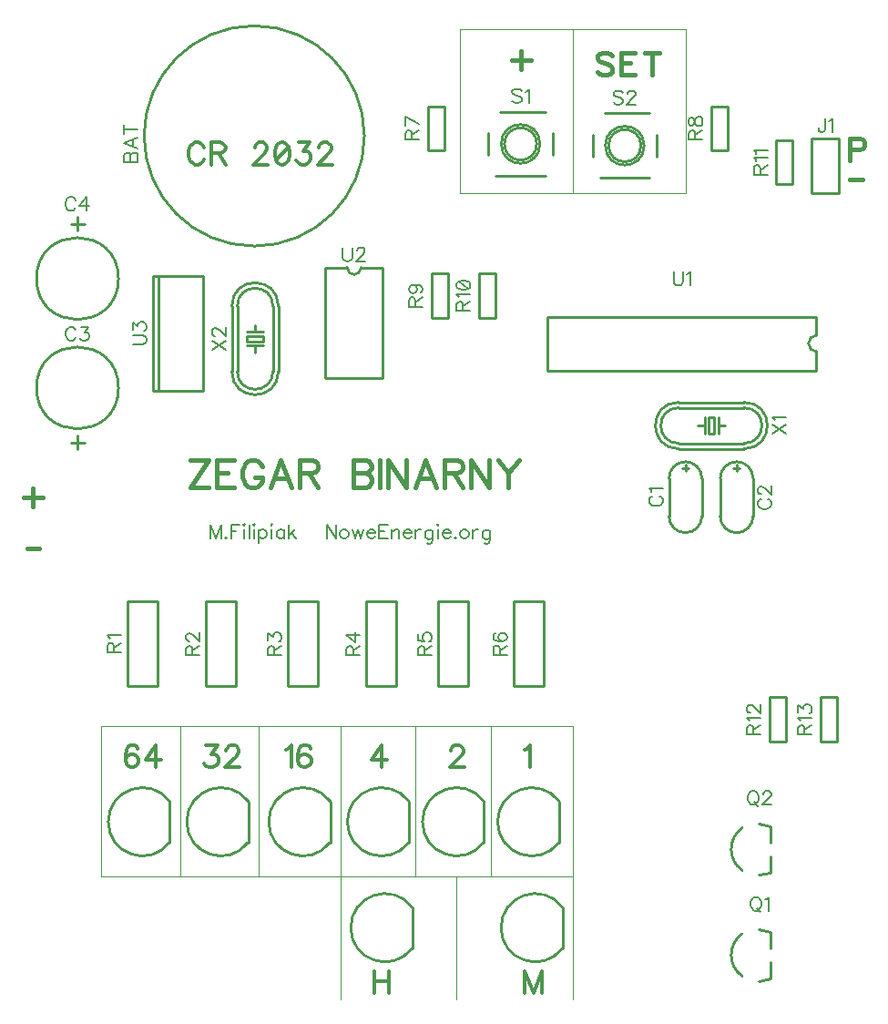
<source format=gbr>
G04 DipTrace 3.2.0.1*
G04 TopSilk.gbr*
%MOIN*%
G04 #@! TF.FileFunction,Legend,Top*
G04 #@! TF.Part,Single*
%ADD10C,0.009843*%
%ADD15C,0.001312*%
%ADD37C,0.00772*%
%ADD38C,0.012351*%
%ADD39C,0.017498*%
%ADD40C,0.015439*%
%FSLAX26Y26*%
G04*
G70*
G90*
G75*
G01*
G04 TopSilk*
%LPD*%
X-806250Y2621888D2*
D10*
G02X-806250Y2621888I403125J0D01*
G01*
X1115000Y1369940D2*
Y1230060D1*
X1235000Y1369940D2*
Y1230060D1*
X1115000D2*
G03X1235000Y1230060I60000J-60D01*
G01*
Y1369940D2*
G03X1115000Y1369940I-60000J60D01*
G01*
X1163192Y1406288D2*
X1186808D1*
X1175000Y1418118D2*
Y1394484D1*
X1302500Y1369940D2*
Y1230060D1*
X1422500Y1369940D2*
Y1230060D1*
X1302500D2*
G03X1422500Y1230060I60000J-60D01*
G01*
Y1369940D2*
G03X1302500Y1369940I-60000J60D01*
G01*
X1350692Y1406288D2*
X1374308D1*
X1362500Y1418118D2*
Y1394484D1*
X-1025100Y1500132D2*
X-1074900D1*
X-1050000Y1475007D2*
Y1524882D1*
X-1200000Y1700007D2*
G02X-1200000Y1700007I150000J0D01*
G01*
X-1074900Y2299868D2*
X-1025100D1*
X-1050000Y2324993D2*
Y2275118D1*
X-1200000Y2099993D2*
G02X-1200000Y2099993I150000J0D01*
G01*
X-712507Y187438D2*
Y37562D1*
X-712732Y187738D2*
G03X-712732Y37262I-99796J-75238D01*
G01*
X-425007Y187438D2*
Y37562D1*
X-425232Y187738D2*
G03X-425232Y37262I-99796J-75238D01*
G01*
X-125007Y187438D2*
Y37562D1*
X-125232Y187738D2*
G03X-125232Y37262I-99796J-75238D01*
G01*
X162493Y187438D2*
Y37562D1*
X162268Y187738D2*
G03X162268Y37262I-99796J-75238D01*
G01*
X437493Y187438D2*
Y37562D1*
X437268Y187738D2*
G03X437268Y37262I-99796J-75238D01*
G01*
X712493Y187438D2*
Y37562D1*
X712268Y187738D2*
G03X712268Y37262I-99796J-75238D01*
G01*
X174993Y-200062D2*
Y-349938D1*
X174768Y-199762D2*
G03X174768Y-350238I-99796J-75238D01*
G01*
X724993Y-200062D2*
Y-349938D1*
X724768Y-199762D2*
G03X724768Y-350238I-99796J-75238D01*
G01*
X1637500Y2412500D2*
X1737500D1*
X1637500Y2612500D2*
Y2412500D1*
Y2612500D2*
X1737500D1*
Y2412500D1*
X1487468Y-350053D2*
Y-290040D1*
Y-459960D2*
Y-399947D1*
Y-290040D2*
X1443584Y-280925D1*
Y-469075D2*
X1487468Y-459960D1*
X1382971Y-297231D2*
G03X1382971Y-452769I54483J-77769D01*
G01*
X1487468Y37447D2*
Y97460D1*
Y-72460D2*
Y-12447D1*
Y97460D2*
X1443584Y106575D1*
Y-81575D2*
X1487468Y-72460D1*
X1382971Y90269D2*
G03X1382971Y-65269I54483J-77769D01*
G01*
X-867618Y610116D2*
Y917640D1*
X-757382Y610116D2*
Y917640D1*
Y610116D2*
X-867618D1*
X-757382Y917640D2*
X-867618D1*
X-580118Y610116D2*
Y917640D1*
X-469882Y610116D2*
Y917640D1*
Y610116D2*
X-580118D1*
X-469882Y917640D2*
X-580118D1*
X-280118Y610116D2*
Y917640D1*
X-169882Y610116D2*
Y917640D1*
Y610116D2*
X-280118D1*
X-169882Y917640D2*
X-280118D1*
X7382Y610116D2*
Y917640D1*
X117618Y610116D2*
Y917640D1*
Y610116D2*
X7382D1*
X117618Y917640D2*
X7382D1*
X269882Y610116D2*
Y917640D1*
X380118Y610116D2*
Y917640D1*
Y610116D2*
X269882D1*
X380118Y917640D2*
X269882D1*
X544882Y610116D2*
Y917640D1*
X655118Y610116D2*
Y917640D1*
Y610116D2*
X544882D1*
X655118Y917640D2*
X544882D1*
X232500Y2569859D2*
X292500D1*
X232500Y2730141D2*
Y2569859D1*
Y2730141D2*
X292500D1*
Y2569859D1*
X1270000D2*
X1330000D1*
X1270000Y2730141D2*
Y2569859D1*
Y2730141D2*
X1330000D1*
Y2569859D1*
X245000Y1957359D2*
X305000D1*
X245000Y2117641D2*
Y1957359D1*
Y2117641D2*
X305000D1*
Y1957359D1*
X420000D2*
X480000D1*
X420000Y2117641D2*
Y1957359D1*
Y2117641D2*
X480000D1*
Y1957359D1*
X1567500Y2605141D2*
X1507500D1*
X1567500Y2444859D2*
Y2605141D1*
Y2444859D2*
X1507500D1*
Y2605141D1*
X1542500Y567641D2*
X1482500D1*
X1542500Y407359D2*
Y567641D1*
Y407359D2*
X1482500D1*
Y567641D1*
X1730000D2*
X1670000D1*
X1730000Y407359D2*
Y567641D1*
Y407359D2*
X1670000D1*
Y567641D1*
X500824Y2592668D2*
G02X500824Y2592668I70878J0D01*
G01*
X481147Y2474542D2*
X662257D1*
X689832Y2553259D2*
Y2632052D1*
X662257Y2710794D2*
X496909D1*
X453572Y2632052D2*
Y2553259D1*
X512671Y2592655D2*
G02X512671Y2592655I59031J0D01*
G01*
X882075Y2586417D2*
G02X882075Y2586417I70878J0D01*
G01*
X862398Y2468291D2*
X1043508D1*
X1071083Y2547008D2*
Y2625801D1*
X1043508Y2704543D2*
X878159D1*
X834823Y2625801D2*
Y2547008D1*
X893921Y2586405D2*
G02X893921Y2586405I59031J0D01*
G01*
X1654626Y1960897D2*
X670374D1*
X1654626Y1764103D2*
X670374D1*
Y1960897D2*
Y1764103D1*
X1654626Y1892004D2*
Y1960897D1*
Y1832996D2*
Y1764103D1*
Y1892004D2*
G03X1654626Y1832996I-24J-29504D01*
G01*
X-62648Y2140256D2*
G03X-12352Y2140256I25148J7D01*
G01*
X-141994D2*
X-62648D1*
X-12352D2*
X66994D1*
X-141994Y1734744D2*
X66994D1*
X-141994Y2140256D2*
Y1734744D1*
X66994Y2140256D2*
Y1734744D1*
X-755091Y1689370D2*
Y2110630D1*
X-774705Y1689370D2*
Y2110630D1*
X-589665Y1689370D2*
Y2110630D1*
Y1689370D2*
X-774705D1*
X-589665Y2110630D2*
X-774705D1*
X1149993Y1477500D2*
X1390007D1*
X1149993Y1647500D2*
X1390007D1*
X1149993Y1497492D2*
X1390007D1*
Y1627508D2*
X1149993D1*
X1259996Y1592505D2*
X1280004D1*
Y1532495D1*
X1259996D1*
Y1592505D1*
X1295010D2*
Y1562500D1*
Y1532495D1*
X1244990Y1592505D2*
Y1562500D1*
Y1532495D1*
X1295010Y1562500D2*
X1320020D1*
X1244990D2*
X1219980D1*
X1149993Y1647500D2*
G03X1149993Y1477500I7J-85000D01*
G01*
X1390007D2*
G03X1390007Y1647500I-7J85000D01*
G01*
X1149993Y1627508D2*
G03X1149993Y1497492I23J-65008D01*
G01*
X1390007D2*
G03X1390007Y1627508I-23J65008D01*
G01*
X-485000Y2000007D2*
Y1759993D1*
X-315000Y2000007D2*
Y1759993D1*
X-465008Y2000007D2*
Y1759993D1*
X-334992D2*
Y2000007D1*
X-369995Y1890004D2*
Y1869996D1*
X-430005D1*
Y1890004D1*
X-369995D1*
Y1854990D2*
X-400000D1*
X-430005D1*
X-369995Y1905010D2*
X-400000D1*
X-430005D1*
X-400000Y1854990D2*
Y1829980D1*
Y1905010D2*
Y1930020D1*
X-315000Y2000007D2*
G03X-485000Y2000007I-85000J-7D01*
G01*
Y1759993D2*
G03X-315000Y1759993I85000J7D01*
G01*
X-334992Y2000007D2*
G03X-465008Y2000007I-65008J-23D01*
G01*
Y1759993D2*
G03X-334992Y1759993I65008J23D01*
G01*
X350000Y3012500D2*
D15*
Y2412500D1*
X1175000D1*
Y3012500D1*
X350000D1*
X762500Y2412500D2*
Y3012500D1*
Y-87500D2*
X-962500D1*
X762500Y462500D2*
Y-537500D1*
X-962500Y462500D2*
Y-87500D1*
X762500Y462500D2*
X-962500D1*
X337500Y-87500D2*
Y-537500D1*
X-87500Y-87500D2*
Y-537500D1*
X462500Y462500D2*
Y-87500D1*
X187500Y462500D2*
Y-87500D1*
X-87500Y462500D2*
Y-87500D1*
X-387500Y462500D2*
Y-87500D1*
X-675000Y462500D2*
Y-87500D1*
X-879473Y2527389D2*
D37*
X-829233D1*
Y2548944D1*
X-831665Y2556129D1*
X-834041Y2558506D1*
X-838795Y2560882D1*
X-845980D1*
X-850788Y2558506D1*
X-853165Y2556129D1*
X-855541Y2548944D1*
X-857973Y2556129D1*
X-860350Y2558506D1*
X-865103Y2560882D1*
X-869911D1*
X-874665Y2558506D1*
X-877096Y2556129D1*
X-879473Y2548944D1*
Y2527389D1*
X-855541D2*
Y2548944D1*
X-829233Y2614623D2*
X-879473Y2595445D1*
X-829233Y2576322D1*
X-845980Y2583507D2*
Y2607438D1*
X-879473Y2646809D2*
X-829233D1*
X-879473Y2630063D2*
Y2663556D1*
X1053715Y1304219D2*
X1048962Y1301842D1*
X1044154Y1297034D1*
X1041777Y1292280D1*
Y1282719D1*
X1044154Y1277910D1*
X1048962Y1273157D1*
X1053715Y1270725D1*
X1060900Y1268349D1*
X1072894D1*
X1080023Y1270725D1*
X1084832Y1273157D1*
X1089585Y1277910D1*
X1092017Y1282719D1*
Y1292280D1*
X1089585Y1297034D1*
X1084832Y1301842D1*
X1080023Y1304219D1*
X1051394Y1319658D2*
X1048962Y1324466D1*
X1041832Y1331651D1*
X1092017D1*
X1451397Y1293469D2*
X1446644Y1291092D1*
X1441835Y1286284D1*
X1439459Y1281531D1*
Y1271969D1*
X1441835Y1267161D1*
X1446644Y1262407D1*
X1451397Y1259975D1*
X1458582Y1257599D1*
X1470575D1*
X1477705Y1259975D1*
X1482514Y1262407D1*
X1487267Y1267160D1*
X1489699Y1271969D1*
Y1281531D1*
X1487267Y1286284D1*
X1482514Y1291092D1*
X1477705Y1293469D1*
X1451452Y1311340D2*
X1449076D1*
X1444267Y1313716D1*
X1441891Y1316093D1*
X1439514Y1320901D1*
Y1330463D1*
X1441891Y1335216D1*
X1444267Y1337593D1*
X1449076Y1340025D1*
X1453829D1*
X1458637Y1337593D1*
X1465767Y1332840D1*
X1489699Y1308908D1*
Y1342401D1*
X-1056531Y1911291D2*
X-1058908Y1916045D1*
X-1063716Y1920853D1*
X-1068470Y1923230D1*
X-1078031D1*
X-1082840Y1920853D1*
X-1087593Y1916045D1*
X-1090025Y1911291D1*
X-1092401Y1904106D1*
Y1892113D1*
X-1090025Y1884983D1*
X-1087593Y1880175D1*
X-1082840Y1875421D1*
X-1078031Y1872990D1*
X-1068470D1*
X-1063716Y1875421D1*
X-1058908Y1880175D1*
X-1056531Y1884983D1*
X-1036284Y1923174D2*
X-1010031D1*
X-1024345Y1904051D1*
X-1017160D1*
X-1012407Y1901675D1*
X-1010031Y1899298D1*
X-1007599Y1892113D1*
Y1887360D1*
X-1010031Y1880175D1*
X-1014784Y1875366D1*
X-1021969Y1872990D1*
X-1029154D1*
X-1036284Y1875366D1*
X-1038660Y1877798D1*
X-1041092Y1882551D1*
X-1057720Y2386278D2*
X-1060096Y2391031D1*
X-1064905Y2395840D1*
X-1069658Y2398217D1*
X-1079219D1*
X-1084028Y2395840D1*
X-1088781Y2391031D1*
X-1091213Y2386278D1*
X-1093590Y2379093D1*
Y2367100D1*
X-1091213Y2359970D1*
X-1088781Y2355162D1*
X-1084028Y2350408D1*
X-1079219Y2347977D1*
X-1069658D1*
X-1064905Y2350408D1*
X-1060096Y2355162D1*
X-1057720Y2359970D1*
X-1018349Y2347977D2*
Y2398161D1*
X-1042280Y2364723D1*
X-1006410D1*
X1685749Y2685723D2*
Y2647477D1*
X1683373Y2640292D1*
X1680941Y2637915D1*
X1676188Y2635483D1*
X1671379D1*
X1666626Y2637915D1*
X1664250Y2640292D1*
X1661818Y2647477D1*
Y2652230D1*
X1701189Y2676106D2*
X1705997Y2678538D1*
X1713182Y2685668D1*
Y2635483D1*
X1428688Y-162407D2*
X1423935Y-164728D1*
X1419126Y-169537D1*
X1416750Y-174345D1*
X1414318Y-181530D1*
Y-193468D1*
X1416750Y-200653D1*
X1419126Y-205407D1*
X1423935Y-210215D1*
X1428688Y-212592D1*
X1438249D1*
X1443058Y-210215D1*
X1447811Y-205407D1*
X1450188Y-200653D1*
X1452620Y-193468D1*
Y-181530D1*
X1450188Y-174345D1*
X1447811Y-169537D1*
X1443058Y-164728D1*
X1438249Y-162407D1*
X1428688D1*
X1435873Y-203030D2*
X1450188Y-217400D1*
X1468059Y-172024D2*
X1472867Y-169592D1*
X1480052Y-162462D1*
Y-212647D1*
X1417938Y225093D2*
X1413185Y222772D1*
X1408376Y217963D1*
X1406000Y213155D1*
X1403568Y205970D1*
Y194032D1*
X1406000Y186847D1*
X1408376Y182093D1*
X1413185Y177285D1*
X1417938Y174908D1*
X1427500D1*
X1432308Y177285D1*
X1437061Y182093D1*
X1439438Y186847D1*
X1441870Y194032D1*
Y205970D1*
X1439438Y213155D1*
X1437061Y217963D1*
X1432308Y222772D1*
X1427500Y225093D1*
X1417938D1*
X1425123Y184470D2*
X1439438Y170100D1*
X1459741Y213100D2*
Y215476D1*
X1462117Y220285D1*
X1464494Y222661D1*
X1469302Y225038D1*
X1478864D1*
X1483617Y222661D1*
X1485994Y220285D1*
X1488426Y215476D1*
Y210723D1*
X1485994Y205915D1*
X1481241Y198785D1*
X1457309Y174853D1*
X1490802D1*
X-916909Y733415D2*
Y754915D1*
X-919341Y762100D1*
X-921718Y764532D1*
X-926471Y766908D1*
X-931280D1*
X-936033Y764532D1*
X-938465Y762100D1*
X-940841Y754915D1*
Y733415D1*
X-890601D1*
X-916909Y750162D2*
X-890601Y766908D1*
X-931224Y782348D2*
X-933656Y787156D1*
X-940786Y794341D1*
X-890601D1*
X-629409Y722665D2*
Y744165D1*
X-631841Y751350D1*
X-634218Y753782D1*
X-638971Y756158D1*
X-643780D1*
X-648533Y753782D1*
X-650965Y751350D1*
X-653341Y744165D1*
Y722665D1*
X-603101D1*
X-629409Y739412D2*
X-603101Y756158D1*
X-641348Y774030D2*
X-643724D1*
X-648533Y776406D1*
X-650909Y778783D1*
X-653286Y783591D1*
Y793153D1*
X-650909Y797906D1*
X-648533Y800283D1*
X-643724Y802714D1*
X-638971D1*
X-634163Y800283D1*
X-627033Y795529D1*
X-603101Y771598D1*
Y805091D1*
X-329409Y722665D2*
Y744165D1*
X-331841Y751350D1*
X-334218Y753782D1*
X-338971Y756158D1*
X-343780D1*
X-348533Y753782D1*
X-350965Y751350D1*
X-353341Y744165D1*
Y722665D1*
X-303101D1*
X-329409Y739412D2*
X-303101Y756158D1*
X-353286Y776406D2*
Y802659D1*
X-334163Y788344D1*
Y795529D1*
X-331786Y800283D1*
X-329409Y802659D1*
X-322224Y805091D1*
X-317471D1*
X-310286Y802659D1*
X-305478Y797906D1*
X-303101Y790721D1*
Y783536D1*
X-305478Y776406D1*
X-307910Y774029D1*
X-312663Y771598D1*
X-41909Y721477D2*
Y742977D1*
X-44341Y750162D1*
X-46718Y752594D1*
X-51471Y754970D1*
X-56280D1*
X-61033Y752594D1*
X-63465Y750162D1*
X-65841Y742977D1*
Y721477D1*
X-15601D1*
X-41909Y738223D2*
X-15601Y754970D1*
Y794341D2*
X-65786D1*
X-32348Y770409D1*
Y806279D1*
X220591Y722665D2*
Y744165D1*
X218159Y751350D1*
X215782Y753782D1*
X211029Y756158D1*
X206220D1*
X201467Y753782D1*
X199035Y751350D1*
X196659Y744165D1*
Y722665D1*
X246899D1*
X220591Y739412D2*
X246899Y756158D1*
X196714Y800283D2*
Y776406D1*
X218214Y774029D1*
X215837Y776406D1*
X213406Y783591D1*
Y790721D1*
X215837Y797906D1*
X220591Y802714D1*
X227776Y805091D1*
X232529D1*
X239714Y802714D1*
X244522Y797906D1*
X246899Y790721D1*
Y783591D1*
X244522Y776406D1*
X242090Y774029D1*
X237337Y771598D1*
X495591Y723881D2*
Y745381D1*
X493159Y752566D1*
X490782Y754998D1*
X486029Y757374D1*
X481220D1*
X476467Y754998D1*
X474035Y752566D1*
X471659Y745381D1*
Y723881D1*
X521899D1*
X495591Y740628D2*
X521899Y757374D1*
X478844Y801498D2*
X474091Y799122D1*
X471714Y791937D1*
Y787184D1*
X474091Y779999D1*
X481276Y775190D1*
X493214Y772814D1*
X505152D1*
X514714Y775190D1*
X519522Y779999D1*
X521899Y787184D1*
Y789560D1*
X519522Y796690D1*
X514714Y801498D1*
X507529Y803875D1*
X505152D1*
X497967Y801498D1*
X493214Y796690D1*
X490837Y789560D1*
Y787184D1*
X493214Y779999D1*
X497967Y775190D1*
X505152Y772814D1*
X173839Y2608787D2*
Y2630287D1*
X171407Y2637472D1*
X169030Y2639904D1*
X164277Y2642280D1*
X159469D1*
X154715Y2639904D1*
X152283Y2637472D1*
X149907Y2630287D1*
Y2608787D1*
X200147D1*
X173839Y2625534D2*
X200147Y2642280D1*
Y2667281D2*
X149962Y2691213D1*
Y2657720D1*
X1211339Y2608815D2*
Y2630315D1*
X1208907Y2637500D1*
X1206530Y2639932D1*
X1201777Y2642308D1*
X1196969D1*
X1192215Y2639932D1*
X1189783Y2637500D1*
X1187407Y2630315D1*
Y2608815D1*
X1237647D1*
X1211339Y2625561D2*
X1237647Y2642308D1*
X1187462Y2669686D2*
X1189839Y2662556D1*
X1194592Y2660124D1*
X1199400D1*
X1204154Y2662556D1*
X1206585Y2667309D1*
X1208962Y2676871D1*
X1211339Y2684056D1*
X1216147Y2688809D1*
X1220900Y2691185D1*
X1228085D1*
X1232838Y2688809D1*
X1235270Y2686432D1*
X1237647Y2679247D1*
Y2669685D1*
X1235270Y2662556D1*
X1232838Y2660124D1*
X1228085Y2657747D1*
X1220900D1*
X1216147Y2660124D1*
X1211339Y2664932D1*
X1208962Y2672062D1*
X1206585Y2681624D1*
X1204154Y2686432D1*
X1199400Y2688809D1*
X1194592D1*
X1189839Y2686432D1*
X1187462Y2679247D1*
Y2669686D1*
X186339Y1997475D2*
Y2018975D1*
X183907Y2026160D1*
X181530Y2028592D1*
X176777Y2030969D1*
X171969D1*
X167215Y2028592D1*
X164783Y2026160D1*
X162407Y2018975D1*
Y1997475D1*
X212647D1*
X186339Y2014222D2*
X212647Y2030969D1*
X179154Y2077525D2*
X186339Y2075093D1*
X191147Y2070340D1*
X193524Y2063155D1*
Y2060778D1*
X191147Y2053593D1*
X186339Y2048840D1*
X179154Y2046408D1*
X176777D1*
X169592Y2048840D1*
X164839Y2053593D1*
X162462Y2060778D1*
Y2063155D1*
X164839Y2070340D1*
X169592Y2075093D1*
X179154Y2077525D1*
X191147D1*
X203085Y2075093D1*
X210270Y2070340D1*
X212647Y2063155D1*
Y2058401D1*
X210270Y2051216D1*
X205462Y2048840D1*
X361339Y1982571D2*
Y2004071D1*
X358907Y2011256D1*
X356530Y2013688D1*
X351777Y2016064D1*
X346969D1*
X342215Y2013688D1*
X339783Y2011256D1*
X337407Y2004071D1*
Y1982571D1*
X387647D1*
X361339Y1999317D2*
X387647Y2016064D1*
X347024Y2031503D2*
X344592Y2036312D1*
X337462Y2043497D1*
X387647D1*
X337462Y2073306D2*
X339839Y2066121D1*
X347024Y2061313D1*
X358962Y2058936D1*
X366147D1*
X378085Y2061313D1*
X385270Y2066121D1*
X387647Y2073306D1*
Y2078059D1*
X385270Y2085244D1*
X378085Y2089997D1*
X366147Y2092429D1*
X358962D1*
X347024Y2089997D1*
X339839Y2085244D1*
X337462Y2078059D1*
Y2073306D1*
X347024Y2089997D2*
X378085Y2061313D1*
X1448839Y2480821D2*
Y2502321D1*
X1446407Y2509506D1*
X1444030Y2511937D1*
X1439277Y2514314D1*
X1434469D1*
X1429715Y2511937D1*
X1427283Y2509506D1*
X1424907Y2502321D1*
Y2480821D1*
X1475147D1*
X1448839Y2497567D2*
X1475147Y2514314D1*
X1434524Y2529753D2*
X1432092Y2534562D1*
X1424962Y2541747D1*
X1475147D1*
X1434524Y2557186D2*
X1432092Y2561994D1*
X1424962Y2569179D1*
X1475147D1*
X1423839Y432571D2*
Y454071D1*
X1421407Y461256D1*
X1419030Y463688D1*
X1414277Y466064D1*
X1409469D1*
X1404715Y463688D1*
X1402283Y461256D1*
X1399907Y454071D1*
Y432571D1*
X1450147D1*
X1423839Y449317D2*
X1450147Y466064D1*
X1409524Y481503D2*
X1407092Y486312D1*
X1399962Y493497D1*
X1450147D1*
X1411900Y511368D2*
X1409524D1*
X1404715Y513744D1*
X1402339Y516121D1*
X1399962Y520930D1*
Y530491D1*
X1402339Y535244D1*
X1404715Y537621D1*
X1409524Y540053D1*
X1414277D1*
X1419085Y537621D1*
X1426215Y532868D1*
X1450147Y508936D1*
Y542429D1*
X1611339Y432571D2*
Y454071D1*
X1608907Y461256D1*
X1606530Y463688D1*
X1601777Y466064D1*
X1596969D1*
X1592215Y463688D1*
X1589783Y461256D1*
X1587407Y454071D1*
Y432571D1*
X1637647D1*
X1611339Y449317D2*
X1637647Y466064D1*
X1597024Y481503D2*
X1594592Y486312D1*
X1587462Y493497D1*
X1637647D1*
X1587462Y513744D2*
Y539998D1*
X1606585Y525683D1*
Y532868D1*
X1608962Y537621D1*
X1611339Y539997D1*
X1618524Y542429D1*
X1623277D1*
X1630462Y539997D1*
X1635270Y535244D1*
X1637647Y528059D1*
Y520874D1*
X1635270Y513744D1*
X1632838Y511368D1*
X1628085Y508936D1*
X574732Y2786659D2*
X569979Y2791467D1*
X562794Y2793844D1*
X553233D1*
X546048Y2791467D1*
X541239Y2786659D1*
Y2781906D1*
X543671Y2777097D1*
X546048Y2774721D1*
X550801Y2772344D1*
X565171Y2767536D1*
X569979Y2765159D1*
X572356Y2762727D1*
X574732Y2757974D1*
Y2750789D1*
X569979Y2746036D1*
X562794Y2743604D1*
X553233D1*
X546048Y2746036D1*
X541239Y2750789D1*
X590172Y2784227D2*
X594980Y2786659D1*
X602165Y2793789D1*
Y2743604D1*
X945233Y2780408D2*
X940480Y2785217D1*
X933295Y2787593D1*
X923733D1*
X916548Y2785217D1*
X911740Y2780408D1*
Y2775655D1*
X914172Y2770846D1*
X916548Y2768470D1*
X921301Y2766093D1*
X935672Y2761285D1*
X940480Y2758908D1*
X942857Y2756476D1*
X945233Y2751723D1*
Y2744538D1*
X940480Y2739785D1*
X933295Y2737353D1*
X923733D1*
X916548Y2739785D1*
X911740Y2744538D1*
X963104Y2775600D2*
Y2777976D1*
X965481Y2782785D1*
X967857Y2785161D1*
X972666Y2787538D1*
X982227D1*
X986981Y2785161D1*
X989357Y2782785D1*
X991789Y2777976D1*
Y2773223D1*
X989357Y2768415D1*
X984604Y2761285D1*
X960672Y2737353D1*
X994166D1*
X1132037Y2125093D2*
Y2089223D1*
X1134414Y2082038D1*
X1139222Y2077285D1*
X1146407Y2074853D1*
X1151160D1*
X1158345Y2077285D1*
X1163154Y2082038D1*
X1165530Y2089223D1*
Y2125093D1*
X1180970Y2115476D2*
X1185778Y2117908D1*
X1192963Y2125038D1*
Y2074853D1*
X-78713Y2213479D2*
Y2177609D1*
X-76336Y2170424D1*
X-71528Y2165671D1*
X-64343Y2163239D1*
X-59590D1*
X-52405Y2165671D1*
X-47596Y2170424D1*
X-45220Y2177609D1*
Y2213479D1*
X-27349Y2201485D2*
Y2203862D1*
X-24972Y2208671D1*
X-22595Y2211047D1*
X-17787Y2213424D1*
X-8225D1*
X-3472Y2211047D1*
X-1095Y2208671D1*
X1336Y2203862D1*
Y2199109D1*
X-1095Y2194300D1*
X-5849Y2187171D1*
X-29780Y2163239D1*
X3713D1*
X-847928Y1858787D2*
X-812058D1*
X-804873Y1861164D1*
X-800120Y1865972D1*
X-797688Y1873157D1*
Y1877910D1*
X-800120Y1885095D1*
X-804873Y1889904D1*
X-812058Y1892280D1*
X-847928D1*
X-847872Y1912528D2*
Y1938781D1*
X-828749Y1924466D1*
Y1931651D1*
X-826373Y1936405D1*
X-823996Y1938781D1*
X-816811Y1941213D1*
X-812058D1*
X-804873Y1938781D1*
X-800064Y1934028D1*
X-797688Y1926843D1*
Y1919658D1*
X-800064Y1912528D1*
X-802496Y1910152D1*
X-807249Y1907720D1*
X1491959Y1532037D2*
X1542199Y1565530D1*
X1491959D2*
X1542199Y1532037D1*
X1501576Y1580970D2*
X1499144Y1585778D1*
X1492014Y1592963D1*
X1542199D1*
X-558223Y1838787D2*
X-507983Y1872280D1*
X-558223D2*
X-507983Y1838787D1*
X-546230Y1890152D2*
X-548606D1*
X-553415Y1892528D1*
X-555791Y1894905D1*
X-558168Y1899713D1*
Y1909275D1*
X-555791Y1914028D1*
X-553415Y1916405D1*
X-548606Y1918836D1*
X-543853D1*
X-539044Y1916405D1*
X-531915Y1911651D1*
X-507983Y1887720D1*
Y1921213D1*
X37500Y-433458D2*
D38*
Y-513842D1*
X91089Y-433458D2*
Y-513842D1*
X37500Y-471749D2*
X91089D1*
X648694Y-513842D2*
Y-433458D1*
X618097Y-513842D1*
X587500Y-433458D1*
Y-513842D1*
X574473Y2933176D2*
D39*
Y2864289D1*
X540073Y2898688D2*
X608961D1*
X906162Y2914973D2*
X898557Y2922666D1*
X887061Y2926469D1*
X871763D1*
X860267Y2922666D1*
X852573Y2914973D1*
Y2907368D1*
X856464Y2899674D1*
X860267Y2895872D1*
X867872Y2892069D1*
X890864Y2884375D1*
X898557Y2880573D1*
X902360Y2876682D1*
X906162Y2869077D1*
Y2857581D1*
X898557Y2849976D1*
X887061Y2846085D1*
X871763D1*
X860267Y2849976D1*
X852573Y2857581D1*
X990856Y2926469D2*
X941158D1*
Y2846085D1*
X990856D1*
X941158Y2888178D2*
X971755D1*
X1052647Y2926469D2*
Y2846085D1*
X1025852Y2926469D2*
X1079441D1*
X-1213027Y1333176D2*
Y1264289D1*
X-1247427Y1298688D2*
X-1178539D1*
X587500Y376155D2*
D38*
X595193Y380046D1*
X606689Y391454D1*
Y311158D1*
X316391Y372352D2*
Y376155D1*
X320193Y383848D1*
X323996Y387651D1*
X331689Y391454D1*
X346988D1*
X354593Y387651D1*
X358396Y383848D1*
X362287Y376155D1*
Y368550D1*
X358396Y360856D1*
X350791Y349449D1*
X312500Y311158D1*
X366089D1*
X63291D2*
Y391454D1*
X25000Y337953D1*
X82392D1*
X-1234927Y1111233D2*
D39*
X-1190711D1*
X-287500Y376155D2*
D38*
X-279807Y380046D1*
X-268311Y391454D1*
Y311158D1*
X-197712Y380046D2*
X-201515Y387651D1*
X-213011Y391454D1*
X-220616D1*
X-232112Y387651D1*
X-239805Y376155D1*
X-243608Y357054D1*
Y337953D1*
X-239805Y322654D1*
X-232112Y314960D1*
X-220616Y311158D1*
X-216813D1*
X-205405Y314960D1*
X-197712Y322654D1*
X-193909Y334150D1*
Y337953D1*
X-197712Y349449D1*
X-205405Y357054D1*
X-216813Y360856D1*
X-220616D1*
X-232112Y357054D1*
X-239805Y349449D1*
X-243608Y337953D1*
X-579807Y391454D2*
X-537802D1*
X-560705Y360856D1*
X-549209D1*
X-541604Y357054D1*
X-537802Y353251D1*
X-533911Y341755D1*
Y334150D1*
X-537802Y322654D1*
X-545407Y314960D1*
X-556903Y311158D1*
X-568399D1*
X-579807Y314960D1*
X-583609Y318851D1*
X-587500Y326457D1*
X-505317Y372352D2*
Y376155D1*
X-501515Y383848D1*
X-497712Y387651D1*
X-490018Y391454D1*
X-474720D1*
X-467115Y387651D1*
X-463312Y383848D1*
X-459421Y376155D1*
Y368550D1*
X-463312Y360856D1*
X-470917Y349449D1*
X-509208Y311158D1*
X-455619D1*
X-829104Y380046D2*
X-832907Y387651D1*
X-844403Y391454D1*
X-852008D1*
X-863504Y387651D1*
X-871198Y376155D1*
X-875000Y357054D1*
Y337953D1*
X-871198Y322654D1*
X-863504Y314960D1*
X-852008Y311158D1*
X-848205D1*
X-836798Y314960D1*
X-829104Y322654D1*
X-825302Y334150D1*
Y337953D1*
X-829104Y349449D1*
X-836798Y357054D1*
X-848205Y360856D1*
X-852008D1*
X-863504Y357054D1*
X-871198Y349449D1*
X-875000Y337953D1*
X-762308Y311158D2*
Y391454D1*
X-800599Y337953D1*
X-743207D1*
X-637500Y1436302D2*
D40*
X-570513D1*
X-637500Y1335822D1*
X-570513D1*
X-477511Y1436302D2*
X-539634D1*
Y1335822D1*
X-477511D1*
X-539634Y1388438D2*
X-501388D1*
X-374893Y1412425D2*
X-379646Y1421932D1*
X-389263Y1431549D1*
X-398770Y1436302D1*
X-417893D1*
X-427510Y1431549D1*
X-437016Y1421932D1*
X-441880Y1412425D1*
X-446633Y1398055D1*
Y1374068D1*
X-441880Y1359809D1*
X-437016Y1350192D1*
X-427510Y1340685D1*
X-417893Y1335822D1*
X-398770D1*
X-389263Y1340685D1*
X-379646Y1350192D1*
X-374893Y1359809D1*
Y1374068D1*
X-398770D1*
X-267411Y1335822D2*
X-305768Y1436302D1*
X-344015Y1335822D1*
X-329644Y1369315D2*
X-281781D1*
X-236533Y1388438D2*
X-193533D1*
X-179163Y1393302D1*
X-174299Y1398055D1*
X-169546Y1407562D1*
Y1417179D1*
X-174299Y1426685D1*
X-179163Y1431549D1*
X-193533Y1436302D1*
X-236533D1*
Y1335822D1*
X-203039Y1388438D2*
X-169546Y1335822D1*
X-41465Y1436302D2*
Y1335822D1*
X1645D1*
X16015Y1340685D1*
X20768Y1345439D1*
X25521Y1354945D1*
Y1369315D1*
X20768Y1378932D1*
X16015Y1383685D1*
X1645Y1388438D1*
X16015Y1393302D1*
X20768Y1398055D1*
X25521Y1407562D1*
Y1417179D1*
X20768Y1426685D1*
X16015Y1431549D1*
X1645Y1436302D1*
X-41465D1*
Y1388438D2*
X1645D1*
X56400Y1436302D2*
Y1335822D1*
X154265Y1436302D2*
Y1335822D1*
X87278Y1436302D1*
Y1335822D1*
X261747D2*
X223390Y1436302D1*
X185143Y1335822D1*
X199514Y1369315D2*
X247377D1*
X292625Y1388438D2*
X335625D1*
X349995Y1393302D1*
X354859Y1398055D1*
X359612Y1407562D1*
Y1417179D1*
X354859Y1426685D1*
X349995Y1431549D1*
X335625Y1436302D1*
X292625D1*
Y1335822D1*
X326119Y1388438D2*
X359612Y1335822D1*
X457477Y1436302D2*
Y1335822D1*
X390491Y1436302D1*
Y1335822D1*
X488356Y1436302D2*
X526602Y1388438D1*
Y1335822D1*
X564849Y1436302D2*
X526602Y1388438D1*
X-524253Y1149161D2*
D37*
Y1199401D1*
X-543377Y1149161D1*
X-562500Y1199401D1*
Y1149161D1*
X-506437Y1153969D2*
X-508814Y1151537D1*
X-506437Y1149161D1*
X-504006Y1151537D1*
X-506437Y1153969D1*
X-457450Y1199401D2*
X-488566D1*
Y1149161D1*
Y1175469D2*
X-469443D1*
X-442010Y1199401D2*
X-439634Y1197024D1*
X-437202Y1199401D1*
X-439634Y1201833D1*
X-442010Y1199401D1*
X-439634Y1182654D2*
Y1149161D1*
X-421763Y1199401D2*
Y1149161D1*
X-406323Y1199401D2*
X-403947Y1197024D1*
X-401515Y1199401D1*
X-403947Y1201833D1*
X-406323Y1199401D1*
X-403947Y1182654D2*
Y1149161D1*
X-386076Y1182654D2*
Y1132414D1*
Y1175469D2*
X-381267Y1180222D1*
X-376514Y1182654D1*
X-369329D1*
X-364521Y1180222D1*
X-359767Y1175469D1*
X-357336Y1168284D1*
Y1163476D1*
X-359767Y1156346D1*
X-364521Y1151537D1*
X-369329Y1149161D1*
X-376514D1*
X-381267Y1151537D1*
X-386076Y1156346D1*
X-341896Y1199401D2*
X-339520Y1197024D1*
X-337088Y1199401D1*
X-339520Y1201833D1*
X-341896Y1199401D1*
X-339520Y1182654D2*
Y1149161D1*
X-292964Y1182654D2*
Y1149161D1*
Y1175469D2*
X-297717Y1180278D1*
X-302525Y1182654D1*
X-309655D1*
X-314464Y1180278D1*
X-319217Y1175469D1*
X-321649Y1168284D1*
Y1163531D1*
X-319217Y1156346D1*
X-314464Y1151593D1*
X-309655Y1149161D1*
X-302525D1*
X-297717Y1151593D1*
X-292964Y1156346D1*
X-277524Y1199401D2*
Y1149161D1*
X-253593Y1182654D2*
X-277524Y1158723D1*
X-267963Y1168284D2*
X-251216Y1149161D1*
X-105082Y1199401D2*
Y1149161D1*
X-138575Y1199401D1*
Y1149161D1*
X-77704Y1182654D2*
X-82457Y1180278D1*
X-87266Y1175469D1*
X-89642Y1168284D1*
Y1163531D1*
X-87266Y1156346D1*
X-82457Y1151593D1*
X-77704Y1149161D1*
X-70519D1*
X-65711Y1151593D1*
X-60957Y1156346D1*
X-58526Y1163531D1*
Y1168284D1*
X-60957Y1175469D1*
X-65711Y1180278D1*
X-70519Y1182654D1*
X-77704D1*
X-43086D2*
X-33525Y1149161D1*
X-23963Y1182654D1*
X-14401Y1149161D1*
X-4840Y1182654D1*
X10599Y1168284D2*
X39284D1*
Y1173093D1*
X36908Y1177901D1*
X34531Y1180278D1*
X29723Y1182654D1*
X22538D1*
X17784Y1180278D1*
X12976Y1175469D1*
X10599Y1168284D1*
Y1163531D1*
X12976Y1156346D1*
X17784Y1151593D1*
X22538Y1149161D1*
X29723D1*
X34531Y1151593D1*
X39284Y1156346D1*
X85785Y1199401D2*
X54724D1*
Y1149161D1*
X85785D1*
X54724Y1175469D2*
X73847D1*
X101224Y1182654D2*
Y1149161D1*
Y1173093D2*
X108409Y1180278D1*
X113218Y1182654D1*
X120347D1*
X125156Y1180278D1*
X127533Y1173093D1*
Y1149161D1*
X142972Y1168284D2*
X171657D1*
Y1173093D1*
X169280Y1177901D1*
X166903Y1180278D1*
X162095Y1182654D1*
X154910D1*
X150157Y1180278D1*
X145348Y1175469D1*
X142972Y1168284D1*
Y1163531D1*
X145348Y1156346D1*
X150157Y1151593D1*
X154910Y1149161D1*
X162095D1*
X166903Y1151593D1*
X171657Y1156346D1*
X187096Y1182654D2*
Y1149161D1*
Y1168284D2*
X189528Y1175469D1*
X194281Y1180278D1*
X199089Y1182654D1*
X206274D1*
X250399Y1180278D2*
Y1141976D1*
X248022Y1134846D1*
X245645Y1132414D1*
X240837Y1130038D1*
X233652D1*
X228899Y1132414D1*
X250399Y1173093D2*
X245645Y1177846D1*
X240837Y1180278D1*
X233652D1*
X228899Y1177846D1*
X224090Y1173093D1*
X221714Y1165908D1*
Y1161099D1*
X224090Y1153969D1*
X228899Y1149161D1*
X233652Y1146784D1*
X240837D1*
X245645Y1149161D1*
X250399Y1153969D1*
X265838Y1199401D2*
X268214Y1197024D1*
X270646Y1199401D1*
X268214Y1201833D1*
X265838Y1199401D1*
X268214Y1182654D2*
Y1149161D1*
X286086Y1168284D2*
X314770D1*
Y1173093D1*
X312394Y1177901D1*
X310017Y1180278D1*
X305209Y1182654D1*
X298024D1*
X293271Y1180278D1*
X288462Y1175469D1*
X286086Y1168284D1*
Y1163531D1*
X288462Y1156346D1*
X293271Y1151593D1*
X298024Y1149161D1*
X305209D1*
X310017Y1151593D1*
X314770Y1156346D1*
X332586Y1153969D2*
X330210Y1151537D1*
X332586Y1149161D1*
X335018Y1151537D1*
X332586Y1153969D1*
X362396Y1182654D2*
X357642Y1180278D1*
X352834Y1175469D1*
X350457Y1168284D1*
Y1163531D1*
X352834Y1156346D1*
X357642Y1151593D1*
X362396Y1149161D1*
X369581D1*
X374389Y1151593D1*
X379142Y1156346D1*
X381574Y1163531D1*
Y1168284D1*
X379142Y1175469D1*
X374389Y1180278D1*
X369581Y1182654D1*
X362396D1*
X397013D2*
Y1149161D1*
Y1168284D2*
X399445Y1175469D1*
X404198Y1180278D1*
X409007Y1182654D1*
X416192D1*
X460316Y1180278D2*
Y1141976D1*
X457939Y1134846D1*
X455563Y1132414D1*
X450754Y1130038D1*
X443569D1*
X438816Y1132414D1*
X460316Y1173093D2*
X455563Y1177846D1*
X450754Y1180278D1*
X443569D1*
X438816Y1177846D1*
X434008Y1173093D1*
X431631Y1165908D1*
Y1161099D1*
X434008Y1153969D1*
X438816Y1149161D1*
X443569Y1146784D1*
X450754D1*
X455563Y1149161D1*
X460316Y1153969D1*
X1777573Y2461233D2*
D39*
X1821789D1*
X1777573Y2571875D2*
X1812061D1*
X1823469Y2575678D1*
X1827360Y2579569D1*
X1831162Y2587174D1*
Y2598670D1*
X1827360Y2606275D1*
X1823469Y2610166D1*
X1812061Y2613969D1*
X1777573D1*
Y2533585D1*
X-586431Y2578789D2*
D38*
X-590234Y2586394D1*
X-597927Y2594087D1*
X-605532Y2597890D1*
X-620831D1*
X-628524Y2594087D1*
X-636129Y2586394D1*
X-640020Y2578789D1*
X-643823Y2567293D1*
Y2548103D1*
X-640020Y2536696D1*
X-636129Y2529002D1*
X-628524Y2521397D1*
X-620831Y2517506D1*
X-605532D1*
X-597927Y2521397D1*
X-590234Y2529002D1*
X-586431Y2536696D1*
X-561728Y2559599D2*
X-527328D1*
X-515832Y2563490D1*
X-511941Y2567293D1*
X-508139Y2574898D1*
Y2582591D1*
X-511941Y2590197D1*
X-515832Y2594087D1*
X-527328Y2597890D1*
X-561728D1*
Y2517506D1*
X-534934Y2559599D2*
X-508139Y2517506D1*
X-401784Y2578700D2*
Y2582503D1*
X-397981Y2590197D1*
X-394179Y2593999D1*
X-386485Y2597802D1*
X-371186D1*
X-363581Y2593999D1*
X-359779Y2590197D1*
X-355888Y2582503D1*
Y2574898D1*
X-359779Y2567204D1*
X-367384Y2555797D1*
X-405675Y2517506D1*
X-352085D1*
X-304390Y2597802D2*
X-315886Y2593999D1*
X-323580Y2582503D1*
X-327382Y2563402D1*
Y2551906D1*
X-323580Y2532805D1*
X-315886Y2521309D1*
X-304390Y2517506D1*
X-296785D1*
X-285289Y2521309D1*
X-277684Y2532805D1*
X-273793Y2551906D1*
Y2563402D1*
X-277684Y2582503D1*
X-285289Y2593999D1*
X-296785Y2597802D1*
X-304390D1*
X-277684Y2582503D2*
X-323580Y2532805D1*
X-241397Y2597802D2*
X-199392D1*
X-222296Y2567204D1*
X-210800D1*
X-203194Y2563402D1*
X-199392Y2559599D1*
X-195501Y2548103D1*
Y2540498D1*
X-199392Y2529002D1*
X-206997Y2521309D1*
X-218493Y2517506D1*
X-229989D1*
X-241397Y2521309D1*
X-245199Y2525200D1*
X-249090Y2532805D1*
X-166907Y2578700D2*
Y2582503D1*
X-163105Y2590197D1*
X-159302Y2593999D1*
X-151609Y2597802D1*
X-136310D1*
X-128705Y2593999D1*
X-124902Y2590197D1*
X-121011Y2582503D1*
Y2574898D1*
X-124902Y2567204D1*
X-132507Y2555797D1*
X-170798Y2517506D1*
X-117209D1*
M02*

</source>
